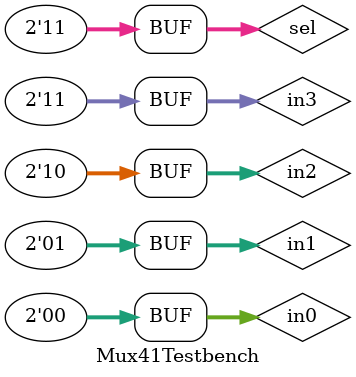
<source format=v>
module Mux41Testbench;

reg [1:0]in0, in1, in2, in3;
reg [1:0]sel;
wire out;

Mux41 test( .out(out), .in0(in0), .in1(in1), .in2(in2), .in3(in3), .sel(sel) );

initial begin

	#0 in0 = 2'b00;	 in1 = 2'b01;	 in2 = 2'b10;	 in3 = 2'b11;	 sel[1] = 1'b0;	sel[0] = 1'b0;
	#5 in0 = 2'b00;	 in1 = 2'b01;	 in2 = 2'b10;	 in3 = 2'b11;	 sel[1] = 1'b0;	sel[0] = 1'b1;
	#5 in0 = 2'b00;	 in1 = 2'b01;	 in2 = 2'b10;	 in3 = 2'b11;	 sel[1] = 1'b1;	sel[0] = 1'b0;
	#5 in0 = 2'b00;	 in1 = 2'b01;	 in2 = 2'b10;	 in3 = 2'b11;	 sel[1] = 1'b1;	sel[0] = 1'b1;
end

initial begin

	$monitor ("Time: %0d, in0 = %b, in1 = %b, in2 = %b, in3 = %b, Select line = %b, Output = %b", $time, in0, in1, in2, in3, sel, out);
end

endmodule
</source>
